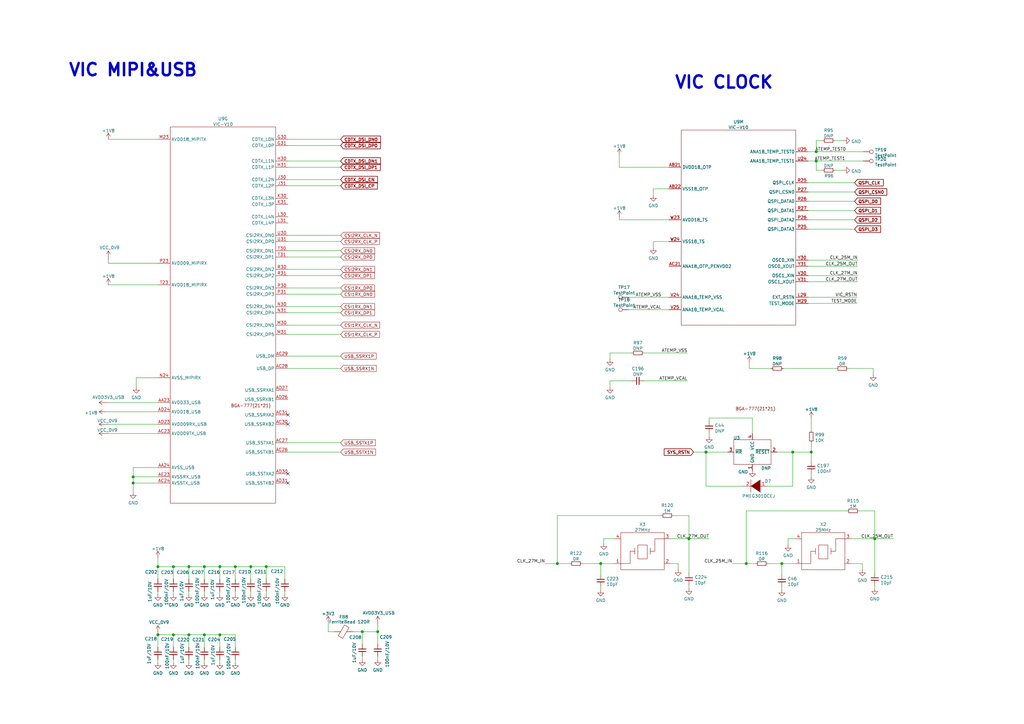
<source format=kicad_sch>
(kicad_sch (version 20210126) (generator eeschema)
  (paper "A3")
  (title_block (title "Beagle V") (date "2021-06-11") (rev "v0.7"))
  (junction (at 54.61 195.58) (diameter 1.016))
  (junction (at 54.61 198.12) (diameter 1.016))
  (junction (at 64.77 232.41) (diameter 1.016))
  (junction (at 64.77 260.35) (diameter 1.016))
  (junction (at 71.12 232.41) (diameter 1.016))
  (junction (at 71.12 260.35) (diameter 1.016))
  (junction (at 77.47 232.41) (diameter 1.016))
  (junction (at 77.47 260.35) (diameter 1.016))
  (junction (at 83.82 232.41) (diameter 1.016))
  (junction (at 83.82 260.35) (diameter 1.016))
  (junction (at 90.17 232.41) (diameter 1.016))
  (junction (at 90.17 260.35) (diameter 1.016))
  (junction (at 96.52 232.41) (diameter 1.016))
  (junction (at 102.87 232.41) (diameter 1.016))
  (junction (at 109.22 232.41) (diameter 1.016))
  (junction (at 148.59 259.08) (diameter 1.016))
  (junction (at 154.94 259.08) (diameter 1.016))
  (junction (at 228.6 231.14) (diameter 1.016))
  (junction (at 246.38 231.14) (diameter 1.016))
  (junction (at 282.575 220.98) (diameter 1.016))
  (junction (at 289.56 185.42) (diameter 1.016))
  (junction (at 306.07 231.14) (diameter 1.016))
  (junction (at 320.675 231.14) (diameter 1.016))
  (junction (at 325.12 185.42) (diameter 1.016))
  (junction (at 332.74 185.42) (diameter 1.016))
  (junction (at 334.772 62.23) (diameter 1.016))
  (junction (at 334.772 66.04) (diameter 1.016))
  (junction (at 358.775 220.98) (diameter 1.016))
  (no_connect (at 118.11 170.18))
  (no_connect (at 118.11 173.99))
  (no_connect (at 118.11 194.31))
  (no_connect (at 118.11 198.12))
  (wire (pts (xy 43.18 168.91) (xy 64.77 168.91)))
  (wire (pts (xy 44.45 57.15) (xy 64.77 57.15)))
  (wire (pts (xy 44.45 106.68) (xy 44.45 107.95)))
  (wire (pts (xy 44.45 107.95) (xy 64.77 107.95)))
  (wire (pts (xy 44.45 116.84) (xy 64.77 116.84)))
  (wire (pts (xy 44.45 165.1) (xy 64.77 165.1)))
  (wire (pts (xy 44.45 173.99) (xy 64.77 173.99)))
  (wire (pts (xy 44.45 177.8) (xy 64.77 177.8)))
  (wire (pts (xy 54.61 191.77) (xy 54.61 195.58)))
  (wire (pts (xy 54.61 191.77) (xy 64.77 191.77)))
  (wire (pts (xy 54.61 195.58) (xy 54.61 198.12)))
  (wire (pts (xy 54.61 195.58) (xy 64.77 195.58)))
  (wire (pts (xy 54.61 198.12) (xy 54.61 201.93)))
  (wire (pts (xy 54.61 198.12) (xy 64.77 198.12)))
  (wire (pts (xy 55.88 154.94) (xy 55.88 158.75)))
  (wire (pts (xy 64.77 154.94) (xy 55.88 154.94)))
  (wire (pts (xy 64.77 228.6) (xy 64.77 232.41)))
  (wire (pts (xy 64.77 232.41) (xy 64.77 237.49)))
  (wire (pts (xy 64.77 232.41) (xy 71.12 232.41)))
  (wire (pts (xy 64.77 242.57) (xy 64.77 243.84)))
  (wire (pts (xy 64.77 260.35) (xy 64.77 265.43)))
  (wire (pts (xy 64.77 260.35) (xy 71.12 260.35)))
  (wire (pts (xy 64.77 270.51) (xy 64.77 271.78)))
  (wire (pts (xy 71.12 232.41) (xy 71.12 237.49)))
  (wire (pts (xy 71.12 232.41) (xy 77.47 232.41)))
  (wire (pts (xy 71.12 242.57) (xy 71.12 243.84)))
  (wire (pts (xy 71.12 260.35) (xy 71.12 265.43)))
  (wire (pts (xy 71.12 260.35) (xy 77.47 260.35)))
  (wire (pts (xy 71.12 270.51) (xy 71.12 271.78)))
  (wire (pts (xy 77.47 232.41) (xy 77.47 237.49)))
  (wire (pts (xy 77.47 232.41) (xy 83.82 232.41)))
  (wire (pts (xy 77.47 242.57) (xy 77.47 243.84)))
  (wire (pts (xy 77.47 260.35) (xy 77.47 265.43)))
  (wire (pts (xy 77.47 260.35) (xy 83.82 260.35)))
  (wire (pts (xy 77.47 270.51) (xy 77.47 271.78)))
  (wire (pts (xy 83.82 232.41) (xy 83.82 237.49)))
  (wire (pts (xy 83.82 232.41) (xy 90.17 232.41)))
  (wire (pts (xy 83.82 242.57) (xy 83.82 243.84)))
  (wire (pts (xy 83.82 260.35) (xy 83.82 265.43)))
  (wire (pts (xy 83.82 260.35) (xy 90.17 260.35)))
  (wire (pts (xy 83.82 270.51) (xy 83.82 271.78)))
  (wire (pts (xy 90.17 232.41) (xy 90.17 237.49)))
  (wire (pts (xy 90.17 232.41) (xy 96.52 232.41)))
  (wire (pts (xy 90.17 242.57) (xy 90.17 243.84)))
  (wire (pts (xy 90.17 260.35) (xy 90.17 265.43)))
  (wire (pts (xy 90.17 260.35) (xy 96.52 260.35)))
  (wire (pts (xy 90.17 270.51) (xy 90.17 271.78)))
  (wire (pts (xy 96.52 232.41) (xy 96.52 237.49)))
  (wire (pts (xy 96.52 232.41) (xy 102.87 232.41)))
  (wire (pts (xy 96.52 242.57) (xy 96.52 243.84)))
  (wire (pts (xy 96.52 260.35) (xy 96.52 265.43)))
  (wire (pts (xy 96.52 270.51) (xy 96.52 271.78)))
  (wire (pts (xy 102.87 232.41) (xy 102.87 237.49)))
  (wire (pts (xy 102.87 232.41) (xy 109.22 232.41)))
  (wire (pts (xy 102.87 242.57) (xy 102.87 243.84)))
  (wire (pts (xy 109.22 232.41) (xy 109.22 237.49)))
  (wire (pts (xy 109.22 232.41) (xy 116.84 232.41)))
  (wire (pts (xy 109.22 242.57) (xy 109.22 243.84)))
  (wire (pts (xy 116.84 232.41) (xy 116.84 237.49)))
  (wire (pts (xy 116.84 242.57) (xy 116.84 243.84)))
  (wire (pts (xy 118.11 57.15) (xy 139.7 57.15)))
  (wire (pts (xy 118.11 59.69) (xy 139.7 59.69)))
  (wire (pts (xy 118.11 66.04) (xy 139.7 66.04)))
  (wire (pts (xy 118.11 68.58) (xy 139.7 68.58)))
  (wire (pts (xy 118.11 73.66) (xy 139.7 73.66)))
  (wire (pts (xy 118.11 76.2) (xy 139.7 76.2)))
  (wire (pts (xy 118.11 96.52) (xy 139.7 96.52)))
  (wire (pts (xy 118.11 99.06) (xy 139.7 99.06)))
  (wire (pts (xy 118.11 102.87) (xy 139.7 102.87)))
  (wire (pts (xy 118.11 105.41) (xy 139.7 105.41)))
  (wire (pts (xy 118.11 110.49) (xy 139.7 110.49)))
  (wire (pts (xy 118.11 113.03) (xy 139.7 113.03)))
  (wire (pts (xy 118.11 118.11) (xy 139.7 118.11)))
  (wire (pts (xy 118.11 120.65) (xy 139.7 120.65)))
  (wire (pts (xy 118.11 125.73) (xy 139.7 125.73)))
  (wire (pts (xy 118.11 128.27) (xy 139.7 128.27)))
  (wire (pts (xy 118.11 133.35) (xy 139.7 133.35)))
  (wire (pts (xy 118.11 137.16) (xy 139.7 137.16)))
  (wire (pts (xy 118.11 146.05) (xy 139.7 146.05)))
  (wire (pts (xy 118.11 151.13) (xy 139.7 151.13)))
  (wire (pts (xy 118.11 181.61) (xy 139.7 181.61)))
  (wire (pts (xy 118.11 185.42) (xy 139.7 185.42)))
  (wire (pts (xy 134.62 255.27) (xy 134.62 259.08)))
  (wire (pts (xy 134.62 259.08) (xy 137.16 259.08)))
  (wire (pts (xy 144.78 259.08) (xy 148.59 259.08)))
  (wire (pts (xy 148.59 259.08) (xy 148.59 264.16)))
  (wire (pts (xy 148.59 259.08) (xy 154.94 259.08)))
  (wire (pts (xy 148.59 269.24) (xy 148.59 270.51)))
  (wire (pts (xy 154.94 256.54) (xy 154.94 259.08)))
  (wire (pts (xy 154.94 259.08) (xy 154.94 264.16)))
  (wire (pts (xy 154.94 269.24) (xy 154.94 270.51)))
  (wire (pts (xy 223.52 231.14) (xy 228.6 231.14)))
  (wire (pts (xy 228.6 211.455) (xy 228.6 231.14)))
  (wire (pts (xy 228.6 231.14) (xy 233.68 231.14)))
  (wire (pts (xy 238.76 231.14) (xy 246.38 231.14)))
  (wire (pts (xy 246.38 231.14) (xy 252.095 231.14)))
  (wire (pts (xy 246.38 235.585) (xy 246.38 231.14)))
  (wire (pts (xy 246.38 240.665) (xy 246.38 241.935)))
  (wire (pts (xy 247.65 220.98) (xy 252.095 220.98)))
  (wire (pts (xy 247.65 222.885) (xy 247.65 220.98)))
  (wire (pts (xy 250.19 144.78) (xy 250.19 147.32)))
  (wire (pts (xy 250.19 156.21) (xy 250.19 158.75)))
  (wire (pts (xy 254 63.5) (xy 254 68.58)))
  (wire (pts (xy 254 68.58) (xy 274.32 68.58)))
  (wire (pts (xy 254 88.9) (xy 254 90.17)))
  (wire (pts (xy 254 90.17) (xy 274.32 90.17)))
  (wire (pts (xy 257.81 121.92) (xy 274.32 121.92)))
  (wire (pts (xy 257.81 127) (xy 274.32 127)))
  (wire (pts (xy 259.08 144.78) (xy 250.19 144.78)))
  (wire (pts (xy 259.08 156.21) (xy 250.19 156.21)))
  (wire (pts (xy 264.16 144.78) (xy 281.94 144.78)))
  (wire (pts (xy 264.16 156.21) (xy 281.94 156.21)))
  (wire (pts (xy 267.97 77.47) (xy 274.32 77.47)))
  (wire (pts (xy 267.97 80.01) (xy 267.97 77.47)))
  (wire (pts (xy 267.97 99.06) (xy 274.32 99.06)))
  (wire (pts (xy 267.97 101.6) (xy 267.97 99.06)))
  (wire (pts (xy 271.145 211.455) (xy 228.6 211.455)))
  (wire (pts (xy 274.955 220.98) (xy 282.575 220.98)))
  (wire (pts (xy 276.225 211.455) (xy 282.575 211.455)))
  (wire (pts (xy 278.13 231.14) (xy 274.955 231.14)))
  (wire (pts (xy 278.13 233.68) (xy 278.13 231.14)))
  (wire (pts (xy 282.575 211.455) (xy 282.575 220.98)))
  (wire (pts (xy 282.575 220.98) (xy 282.575 234.95)))
  (wire (pts (xy 282.575 220.98) (xy 290.83 220.98)))
  (wire (pts (xy 282.575 240.03) (xy 282.575 241.3)))
  (wire (pts (xy 284.48 185.42) (xy 289.56 185.42)))
  (wire (pts (xy 289.56 185.42) (xy 289.56 199.39)))
  (wire (pts (xy 289.56 185.42) (xy 298.45 185.42)))
  (wire (pts (xy 289.56 199.39) (xy 304.8 199.39)))
  (wire (pts (xy 290.83 171.45) (xy 290.83 172.72)))
  (wire (pts (xy 290.83 177.8) (xy 290.83 179.07)))
  (wire (pts (xy 300.355 231.14) (xy 306.07 231.14)))
  (wire (pts (xy 306.07 209.55) (xy 306.07 231.14)))
  (wire (pts (xy 306.07 231.14) (xy 309.88 231.14)))
  (wire (pts (xy 307.34 148.59) (xy 307.34 151.13)))
  (wire (pts (xy 308.61 171.45) (xy 290.83 171.45)))
  (wire (pts (xy 308.61 177.8) (xy 308.61 171.45)))
  (wire (pts (xy 314.96 199.39) (xy 325.12 199.39)))
  (wire (pts (xy 314.96 231.14) (xy 320.675 231.14)))
  (wire (pts (xy 316.23 151.13) (xy 307.34 151.13)))
  (wire (pts (xy 318.77 185.42) (xy 325.12 185.42)))
  (wire (pts (xy 320.675 231.14) (xy 326.22 231.14)))
  (wire (pts (xy 320.675 235.585) (xy 320.675 231.14)))
  (wire (pts (xy 320.675 240.665) (xy 320.675 241.935)))
  (wire (pts (xy 321.31 151.13) (xy 342.9 151.13)))
  (wire (pts (xy 323.215 220.98) (xy 326.22 220.98)))
  (wire (pts (xy 323.215 223.52) (xy 323.215 220.98)))
  (wire (pts (xy 325.12 185.42) (xy 332.74 185.42)))
  (wire (pts (xy 325.12 199.39) (xy 325.12 185.42)))
  (wire (pts (xy 331.47 62.23) (xy 334.772 62.23)))
  (wire (pts (xy 331.47 66.04) (xy 334.772 66.04)))
  (wire (pts (xy 331.47 74.93) (xy 350.52 74.93)))
  (wire (pts (xy 331.47 78.74) (xy 350.52 78.74)))
  (wire (pts (xy 331.47 82.55) (xy 350.52 82.55)))
  (wire (pts (xy 331.47 86.36) (xy 350.52 86.36)))
  (wire (pts (xy 331.47 90.17) (xy 350.52 90.17)))
  (wire (pts (xy 331.47 93.98) (xy 350.52 93.98)))
  (wire (pts (xy 331.47 106.68) (xy 351.79 106.68)))
  (wire (pts (xy 331.47 109.22) (xy 351.79 109.22)))
  (wire (pts (xy 331.47 113.03) (xy 351.79 113.03)))
  (wire (pts (xy 331.47 115.57) (xy 351.79 115.57)))
  (wire (pts (xy 331.47 121.92) (xy 351.536 121.92)))
  (wire (pts (xy 331.47 124.46) (xy 351.536 124.46)))
  (wire (pts (xy 332.74 171.45) (xy 332.74 176.53)))
  (wire (pts (xy 332.74 181.61) (xy 332.74 185.42)))
  (wire (pts (xy 332.74 185.42) (xy 332.74 189.23)))
  (wire (pts (xy 332.74 195.58) (xy 332.74 194.31)))
  (wire (pts (xy 334.772 57.658) (xy 334.772 62.23)))
  (wire (pts (xy 334.772 62.23) (xy 354.076 62.23)))
  (wire (pts (xy 334.772 66.04) (xy 354.076 66.04)))
  (wire (pts (xy 334.772 69.85) (xy 334.772 66.04)))
  (wire (pts (xy 337.312 57.658) (xy 334.772 57.658)))
  (wire (pts (xy 337.312 69.85) (xy 334.772 69.85)))
  (wire (pts (xy 342.392 57.658) (xy 345.948 57.658)))
  (wire (pts (xy 342.392 69.85) (xy 345.948 69.85)))
  (wire (pts (xy 347.345 209.55) (xy 306.07 209.55)))
  (wire (pts (xy 347.98 151.13) (xy 358.14 151.13)))
  (wire (pts (xy 349.08 231.14) (xy 353.695 231.14)))
  (wire (pts (xy 352.425 209.55) (xy 358.775 209.55)))
  (wire (pts (xy 353.695 231.14) (xy 353.695 233.68)))
  (wire (pts (xy 358.14 151.13) (xy 358.14 153.67)))
  (wire (pts (xy 358.775 209.55) (xy 358.775 220.98)))
  (wire (pts (xy 358.775 220.98) (xy 349.08 220.98)))
  (wire (pts (xy 358.775 220.98) (xy 366.395 220.98)))
  (wire (pts (xy 358.775 234.95) (xy 358.775 220.98)))
  (wire (pts (xy 358.775 240.03) (xy 358.775 241.3)))
  (text "VIC MIPI&USB\n" (at 81.28 31.75 180) (effects (font (size 5 5) (thickness 1) bold) (justify right bottom)))
  (text "VIC CLOCK\n" (at 317.5 36.83 180) (effects (font (size 5 5) (thickness 1) bold) (justify right bottom)))
  (label "CLK_27M_IN" (at 223.52 231.14 180))
  (label "ATEMP_VSS" (at 271.272 121.92 180))
  (label "ATEMP_VCAL" (at 271.272 127 180))
  (label "ATEMP_VSS" (at 281.94 144.78 180))
  (label "ATEMP_VCAL" (at 281.94 156.21 180))
  (label "CLK_27M_OUT" (at 290.83 220.98 180))
  (label "CLK_25M_IN" (at 300.355 231.14 180))
  (label "ATEMP_TEST1" (at 346.71 66.04 180))
  (label "ATEMP_TEST0" (at 346.964 62.23 180))
  (label "VIC_RSTN" (at 351.536 121.92 180))
  (label "TEST_MODE" (at 351.536 124.46 180))
  (label "CLK_25M_IN" (at 351.79 106.68 180))
  (label "CLK_25M_OUT" (at 351.79 109.22 180))
  (label "CLK_27M_IN" (at 351.79 113.03 180))
  (label "CLK_27M_OUT" (at 351.79 115.57 180))
  (label "CLK_25M_OUT" (at 366.395 220.98 180))
  (global_label "CDTX_DSI_DN0" (shape input) (at 139.7 57.15 0) (effects (font (thickness 0.254) bold)) (property "Intersheet References" "${INTERSHEET_REFS}" (effects hide)))
  (global_label "CDTX_DSI_DP0" (shape input) (at 139.7 59.69 0) (effects (font (thickness 0.254) bold)) (property "Intersheet References" "${INTERSHEET_REFS}" (effects hide)))
  (global_label "CDTX_DSI_DN1" (shape input) (at 139.7 66.04 0) (effects (font (thickness 0.254) bold)) (property "Intersheet References" "${INTERSHEET_REFS}" (effects hide)))
  (global_label "CDTX_DSI_DP1" (shape input) (at 139.7 68.58 0) (effects (font (thickness 0.254) bold)) (property "Intersheet References" "${INTERSHEET_REFS}" (effects hide)))
  (global_label "CDTX_DSI_CN" (shape input) (at 139.7 73.66 0) (effects (font (thickness 0.254) bold)) (property "Intersheet References" "${INTERSHEET_REFS}" (effects hide)))
  (global_label "CDTX_DSI_CP" (shape input) (at 139.7 76.2 0) (effects (font (thickness 0.254) bold)) (property "Intersheet References" "${INTERSHEET_REFS}" (effects hide)))
  (global_label "CSI2RX_CLK_N" (shape input) (at 139.7 96.52 0) (property "Intersheet References" "${INTERSHEET_REFS}" (effects hide)))
  (global_label "CSI2RX_CLK_P" (shape input) (at 139.7 99.06 0) (property "Intersheet References" "${INTERSHEET_REFS}" (effects hide)))
  (global_label "CSI2RX_DN0" (shape input) (at 139.7 102.87 0) (property "Intersheet References" "${INTERSHEET_REFS}" (effects hide)))
  (global_label "CSI2RX_DP0" (shape input) (at 139.7 105.41 0) (property "Intersheet References" "${INTERSHEET_REFS}" (effects hide)))
  (global_label "CSI2RX_DN1" (shape input) (at 139.7 110.49 0) (property "Intersheet References" "${INTERSHEET_REFS}" (effects hide)))
  (global_label "CSI2RX_DP1" (shape input) (at 139.7 113.03 0) (property "Intersheet References" "${INTERSHEET_REFS}" (effects hide)))
  (global_label "CSI1RX_DP0" (shape input) (at 139.7 118.11 0) (property "Intersheet References" "${INTERSHEET_REFS}" (effects hide)))
  (global_label "CSI1RX_DN0" (shape input) (at 139.7 120.65 0) (property "Intersheet References" "${INTERSHEET_REFS}" (effects hide)))
  (global_label "CSI1RX_DN1" (shape input) (at 139.7 125.73 0) (property "Intersheet References" "${INTERSHEET_REFS}" (effects hide)))
  (global_label "CSI1RX_DP1" (shape input) (at 139.7 128.27 0) (property "Intersheet References" "${INTERSHEET_REFS}" (effects hide)))
  (global_label "CSI1RX_CLK_N" (shape input) (at 139.7 133.35 0) (property "Intersheet References" "${INTERSHEET_REFS}" (effects hide)))
  (global_label "CSI1RX_CLK_P" (shape input) (at 139.7 137.16 0) (property "Intersheet References" "${INTERSHEET_REFS}" (effects hide)))
  (global_label "USB_SSRX1P" (shape input) (at 139.7 146.05 0) (property "Intersheet References" "${INTERSHEET_REFS}" (effects hide)))
  (global_label "USB_SSRX1N" (shape input) (at 139.7 151.13 0) (property "Intersheet References" "${INTERSHEET_REFS}" (effects hide)))
  (global_label "USB_SSTX1P" (shape input) (at 139.7 181.61 0) (property "Intersheet References" "${INTERSHEET_REFS}" (effects hide)))
  (global_label "USB_SSTX1N" (shape input) (at 139.7 185.42 0) (property "Intersheet References" "${INTERSHEET_REFS}" (effects hide)))
  (global_label "SYS_RSTN" (shape input) (at 284.48 185.42 180) (effects (font (thickness 0.254) bold)) (property "Intersheet References" "${INTERSHEET_REFS}" (effects hide)))
  (global_label "QSPI_CLK" (shape input) (at 350.52 74.93 0) (effects (font (thickness 0.254) bold)) (property "Intersheet References" "${INTERSHEET_REFS}" (effects hide)))
  (global_label "QSPI_CSN0" (shape input) (at 350.52 78.74 0) (effects (font (thickness 0.254) bold)) (property "Intersheet References" "${INTERSHEET_REFS}" (effects hide)))
  (global_label "QSPI_D0" (shape input) (at 350.52 82.55 0) (effects (font (thickness 0.254) bold)) (property "Intersheet References" "${INTERSHEET_REFS}" (effects hide)))
  (global_label "QSPI_D1" (shape input) (at 350.52 86.36 0) (effects (font (thickness 0.254) bold)) (property "Intersheet References" "${INTERSHEET_REFS}" (effects hide)))
  (global_label "QSPI_D2" (shape input) (at 350.52 90.17 0) (effects (font (thickness 0.254) bold)) (property "Intersheet References" "${INTERSHEET_REFS}" (effects hide)))
  (global_label "QSPI_D3" (shape input) (at 350.52 93.98 0) (effects (font (thickness 0.254) bold)) (property "Intersheet References" "${INTERSHEET_REFS}" (effects hide)))
  (symbol (lib_id "power:+1V8") (at 43.18 168.91 90) (unit 1)
    (property "Reference" "#PWR0266" (effects hide))
    (property "Value" "+1V8" (at 40.0049 169.2985 90) (effects (justify left)))
  )
  (symbol (lib_id "power:+1V8") (at 44.45 57.15 0) (unit 1)
    (property "Reference" "#PWR0257" (effects hide))
    (property "Value" "+1V8" (at 44.45 53.6026 0))
  )
  (symbol (lib_id "power:+1V8") (at 44.45 116.84 0) (unit 1)
    (property "Reference" "#PWR0258" (effects hide))
    (property "Value" "+1V8" (at 44.45 113.2926 0))
  )
  (symbol (lib_id "power:+1V8") (at 64.77 228.6 0) (unit 1)
    (property "Reference" "#PWR0277" (effects hide))
    (property "Value" "+1V8" (at 64.77 225.0526 0))
  )
  (symbol (lib_id "power:+3V3") (at 134.62 255.27 0) (unit 1)
    (property "Reference" "#PWR0270" (effects hide))
    (property "Value" "+3V3" (at 134.62 251.7226 0))
  )
  (symbol (lib_id "power:+1V8") (at 254 63.5 0) (unit 1)
    (property "Reference" "#PWR0290" (effects hide))
    (property "Value" "+1V8" (at 254 59.9526 0))
  )
  (symbol (lib_id "power:+1V8") (at 254 88.9 0) (unit 1)
    (property "Reference" "#PWR0291" (effects hide))
    (property "Value" "+1V8" (at 254 85.3526 0))
  )
  (symbol (lib_id "power:+1V8") (at 307.34 148.59 0) (unit 1)
    (property "Reference" "#PWR0288" (effects hide))
    (property "Value" "+1V8" (at 307.34 145.0426 0))
  )
  (symbol (lib_id "power:+1V8") (at 332.74 171.45 0) (unit 1)
    (property "Reference" "#PWR0297" (effects hide))
    (property "Value" "+1V8" (at 332.74 167.9026 0))
  )
  (symbol (lib_id "BeagleV:VCC_0V9") (at 44.45 109.22 0) (unit 1)
    (property "Reference" "#P016" (effects hide))
    (property "Value" "VCC_0V9" (at 40.7671 101.544 0) (effects (justify left)))
  )
  (symbol (lib_id "BeagleV:AVDD3V3_USB") (at 44.45 165.1 90) (unit 1)
    (property "Reference" "#P017" (effects hide))
    (property "Value" "AVDD3V3_USB" (at 37.8461 162.9485 90) (effects (justify right)))
  )
  (symbol (lib_id "BeagleV:VCC_0V9") (at 46.99 173.99 90) (unit 1)
    (property "Reference" "#P018" (effects hide))
    (property "Value" "VCC_0V9" (at 48.204 172.5929 90) (effects (justify left)))
  )
  (symbol (lib_id "BeagleV:VCC_0V9") (at 46.99 177.8 90) (unit 1)
    (property "Reference" "#P019" (effects hide))
    (property "Value" "VCC_0V9" (at 48.204 176.4029 90) (effects (justify left)))
  )
  (symbol (lib_id "BeagleV:VCC_0V9") (at 64.77 262.89 0) (unit 1)
    (property "Reference" "#P020" (effects hide))
    (property "Value" "VCC_0V9" (at 61.0871 255.214 0) (effects (justify left)))
  )
  (symbol (lib_id "BeagleV:AVDD3V3_USB") (at 154.94 256.54 0) (unit 1)
    (property "Reference" "#P021" (effects hide))
    (property "Value" "AVDD3V3_USB" (at 148.7171 251.404 0) (effects (justify left)))
  )
  (symbol (lib_id "Connector:TestPoint") (at 257.81 121.92 90) (unit 1)
    (property "Reference" "TP17" (at 255.9685 117.8518 90))
    (property "Value" "TestPoint" (at 255.9685 120.1505 90))
  )
  (symbol (lib_id "Connector:TestPoint") (at 257.81 127 90) (unit 1)
    (property "Reference" "TP18" (at 255.9685 122.9318 90))
    (property "Value" "TestPoint" (at 255.9685 125.2305 90))
  )
  (symbol (lib_id "Connector:TestPoint") (at 354.076 62.23 270) (unit 1)
    (property "Reference" "TP19" (at 358.7751 61.4691 90) (effects (justify left)))
    (property "Value" "TestPoint" (at 358.7751 63.7678 90) (effects (justify left)))
  )
  (symbol (lib_id "Connector:TestPoint") (at 354.076 66.04 270) (unit 1)
    (property "Reference" "TP20" (at 358.7751 65.2791 90) (effects (justify left)))
    (property "Value" "TestPoint" (at 358.7751 67.5778 90) (effects (justify left)))
  )
  (symbol (lib_id "power:GND") (at 54.61 201.93 0) (unit 1)
    (property "Reference" "#PWR0265" (effects hide))
    (property "Value" "GND" (at 54.61 206.2544 0))
  )
  (symbol (lib_id "power:GND") (at 55.88 158.75 0) (unit 1)
    (property "Reference" "#PWR0267" (effects hide))
    (property "Value" "GND" (at 55.88 163.0744 0))
  )
  (symbol (lib_id "power:GND") (at 64.77 243.84 0) (unit 1)
    (property "Reference" "#PWR0275" (effects hide))
    (property "Value" "GND" (at 64.77 248.1644 0))
  )
  (symbol (lib_id "power:GND") (at 64.77 271.78 0) (unit 1)
    (property "Reference" "#PWR0259" (effects hide))
    (property "Value" "GND" (at 64.77 276.1044 0))
  )
  (symbol (lib_id "power:GND") (at 71.12 243.84 0) (unit 1)
    (property "Reference" "#PWR0276" (effects hide))
    (property "Value" "GND" (at 71.12 248.1644 0))
  )
  (symbol (lib_id "power:GND") (at 71.12 271.78 0) (unit 1)
    (property "Reference" "#PWR0260" (effects hide))
    (property "Value" "GND" (at 71.12 276.1044 0))
  )
  (symbol (lib_id "power:GND") (at 77.47 243.84 0) (unit 1)
    (property "Reference" "#PWR0280" (effects hide))
    (property "Value" "GND" (at 77.47 248.1644 0))
  )
  (symbol (lib_id "power:GND") (at 77.47 271.78 0) (unit 1)
    (property "Reference" "#PWR0261" (effects hide))
    (property "Value" "GND" (at 77.47 276.1044 0))
  )
  (symbol (lib_id "power:GND") (at 83.82 243.84 0) (unit 1)
    (property "Reference" "#PWR0279" (effects hide))
    (property "Value" "GND" (at 83.82 248.1644 0))
  )
  (symbol (lib_id "power:GND") (at 83.82 271.78 0) (unit 1)
    (property "Reference" "#PWR0262" (effects hide))
    (property "Value" "GND" (at 83.82 276.1044 0))
  )
  (symbol (lib_id "power:GND") (at 90.17 243.84 0) (unit 1)
    (property "Reference" "#PWR0278" (effects hide))
    (property "Value" "GND" (at 90.17 248.1644 0))
  )
  (symbol (lib_id "power:GND") (at 90.17 271.78 0) (unit 1)
    (property "Reference" "#PWR0263" (effects hide))
    (property "Value" "GND" (at 90.17 276.1044 0))
  )
  (symbol (lib_id "power:GND") (at 96.52 243.84 0) (unit 1)
    (property "Reference" "#PWR0272" (effects hide))
    (property "Value" "GND" (at 96.52 248.1644 0))
  )
  (symbol (lib_id "power:GND") (at 96.52 271.78 0) (unit 1)
    (property "Reference" "#PWR0264" (effects hide))
    (property "Value" "GND" (at 96.52 276.1044 0))
  )
  (symbol (lib_id "power:GND") (at 102.87 243.84 0) (unit 1)
    (property "Reference" "#PWR0273" (effects hide))
    (property "Value" "GND" (at 102.87 248.1644 0))
  )
  (symbol (lib_id "power:GND") (at 109.22 243.84 0) (unit 1)
    (property "Reference" "#PWR0271" (effects hide))
    (property "Value" "GND" (at 109.22 248.1644 0))
  )
  (symbol (lib_id "power:GND") (at 116.84 243.84 0) (unit 1)
    (property "Reference" "#PWR0274" (effects hide))
    (property "Value" "GND" (at 116.84 248.1644 0))
  )
  (symbol (lib_id "power:GND") (at 148.59 270.51 0) (unit 1)
    (property "Reference" "#PWR0269" (effects hide))
    (property "Value" "GND" (at 148.59 274.8344 0))
  )
  (symbol (lib_id "power:GND") (at 154.94 270.51 0) (unit 1)
    (property "Reference" "#PWR0268" (effects hide))
    (property "Value" "GND" (at 154.94 274.8344 0))
  )
  (symbol (lib_id "power:GND") (at 246.38 241.935 0) (unit 1)
    (property "Reference" "#PWR0286" (effects hide))
    (property "Value" "GND" (at 246.38 246.2594 0))
  )
  (symbol (lib_id "power:GND") (at 247.65 222.885 0) (unit 1)
    (property "Reference" "#PWR0282" (effects hide))
    (property "Value" "GND" (at 247.65 227.2094 0))
  )
  (symbol (lib_id "power:GND") (at 250.19 147.32 0) (unit 1)
    (property "Reference" "#PWR0287" (effects hide))
    (property "Value" "GND" (at 250.19 151.6444 0))
  )
  (symbol (lib_id "power:GND") (at 250.19 158.75 0) (unit 1)
    (property "Reference" "#PWR0285" (effects hide))
    (property "Value" "GND" (at 250.19 163.0744 0))
  )
  (symbol (lib_id "power:GND") (at 267.97 80.01 0) (unit 1)
    (property "Reference" "#PWR0292" (effects hide))
    (property "Value" "GND" (at 267.97 84.3344 0))
  )
  (symbol (lib_id "power:GND") (at 267.97 101.6 0) (unit 1)
    (property "Reference" "#PWR0289" (effects hide))
    (property "Value" "GND" (at 267.97 105.9244 0))
  )
  (symbol (lib_id "power:GND") (at 278.13 233.68 0) (unit 1)
    (property "Reference" "#PWR0283" (effects hide))
    (property "Value" "GND" (at 278.13 238.0044 0))
  )
  (symbol (lib_id "power:GND") (at 282.575 241.3 0) (unit 1)
    (property "Reference" "#PWR0284" (effects hide))
    (property "Value" "GND" (at 282.575 245.6244 0))
  )
  (symbol (lib_id "power:GND") (at 290.83 179.07 0) (unit 1)
    (property "Reference" "#PWR0281" (effects hide))
    (property "Value" "GND" (at 290.83 183.3944 0))
  )
  (symbol (lib_id "power:GND") (at 308.61 193.04 0) (unit 1)
    (property "Reference" "#PWR0298" (effects hide))
    (property "Value" "GND" (at 304.8 193.5544 0))
  )
  (symbol (lib_id "power:GND") (at 320.675 241.935 0) (unit 1)
    (property "Reference" "#PWR0296" (effects hide))
    (property "Value" "GND" (at 320.675 246.2594 0))
  )
  (symbol (lib_id "power:GND") (at 323.215 223.52 0) (unit 1)
    (property "Reference" "#PWR0295" (effects hide))
    (property "Value" "GND" (at 323.215 227.8444 0))
  )
  (symbol (lib_id "power:GND") (at 332.74 195.58 0) (unit 1)
    (property "Reference" "#PWR0299" (effects hide))
    (property "Value" "GND" (at 332.74 199.9044 0))
  )
  (symbol (lib_id "power:GND") (at 345.948 57.658 90) (unit 1)
    (property "Reference" "#PWR0294" (effects hide))
    (property "Value" "GND" (at 349.1231 58.0465 90) (effects (justify right)))
  )
  (symbol (lib_id "power:GND") (at 345.948 69.85 90) (unit 1)
    (property "Reference" "#PWR0293" (effects hide))
    (property "Value" "GND" (at 349.1231 70.2385 90) (effects (justify right)))
  )
  (symbol (lib_id "power:GND") (at 353.695 233.68 0) (unit 1)
    (property "Reference" "#PWR0301" (effects hide))
    (property "Value" "GND" (at 353.695 238.0044 0))
  )
  (symbol (lib_id "power:GND") (at 358.14 153.67 0) (unit 1)
    (property "Reference" "#PWR0300" (effects hide))
    (property "Value" "GND" (at 358.14 157.9944 0))
  )
  (symbol (lib_id "power:GND") (at 358.775 241.3 0) (unit 1)
    (property "Reference" "#PWR0302" (effects hide))
    (property "Value" "GND" (at 358.775 245.6244 0))
  )
  (symbol (lib_id "Device:R_Small") (at 236.22 231.14 90) (unit 1)
    (property "Reference" "R122" (at 236.22 226.9702 90))
    (property "Value" "0R" (at 236.22 229.2689 90))
    (property "Footprint" "Resistor_SMD:R_0402_1005Metric" (effects hide))
  )
  (symbol (lib_id "Device:R_Small") (at 261.62 144.78 90) (unit 1)
    (property "Reference" "R97" (at 261.62 140.6102 90))
    (property "Value" "DNP" (at 261.62 142.9089 90))
    (property "Footprint" "Resistor_SMD:R_0402_1005Metric" (effects hide))
  )
  (symbol (lib_id "Device:R_Small") (at 273.685 211.455 90) (unit 1)
    (property "Reference" "R120" (at 273.685 207.2852 90))
    (property "Value" "1M" (at 273.685 209.5839 90))
    (property "Footprint" "Resistor_SMD:R_0402_1005Metric" (effects hide))
  )
  (symbol (lib_id "Device:R_Small") (at 312.42 231.14 90) (unit 1)
    (property "Reference" "R116" (at 312.42 226.9702 90))
    (property "Value" "0R" (at 312.42 229.2689 90))
    (property "Footprint" "Resistor_SMD:R_0402_1005Metric" (effects hide))
  )
  (symbol (lib_id "Device:R_Small") (at 318.77 151.13 90) (unit 1)
    (property "Reference" "R98" (at 318.77 146.9602 90))
    (property "Value" "DNP" (at 318.77 149.2589 90))
    (property "Footprint" "Resistor_SMD:R_0402_1005Metric" (effects hide))
  )
  (symbol (lib_id "Device:R_Small") (at 332.74 179.07 180) (unit 1)
    (property "Reference" "R99" (at 334.2387 178.3091 0) (effects (justify right)))
    (property "Value" "10K" (at 334.2387 180.6078 0) (effects (justify right)))
    (property "Footprint" "Resistor_SMD:R_0402_1005Metric" (effects hide))
  )
  (symbol (lib_id "Device:R_Small") (at 339.852 57.658 90) (unit 1)
    (property "Reference" "R95" (at 339.852 53.4882 90))
    (property "Value" "DNP" (at 339.852 55.7869 90))
    (property "Footprint" "Resistor_SMD:R_0402_1005Metric" (effects hide))
  )
  (symbol (lib_id "Device:R_Small") (at 339.852 69.85 90) (unit 1)
    (property "Reference" "R96" (at 340.0044 72.1318 90))
    (property "Value" "DNP" (at 339.852 67.9789 90))
    (property "Footprint" "Resistor_SMD:R_0402_1005Metric" (effects hide))
  )
  (symbol (lib_id "Device:R_Small") (at 345.44 151.13 90) (unit 1)
    (property "Reference" "R59" (at 345.44 146.9602 90))
    (property "Value" "0R" (at 345.44 149.2589 90))
    (property "Footprint" "Resistor_SMD:R_0402_1005Metric" (effects hide))
  )
  (symbol (lib_id "Device:R_Small") (at 349.885 209.55 90) (unit 1)
    (property "Reference" "R115" (at 349.885 205.3802 90))
    (property "Value" "1M" (at 349.885 207.6789 90))
    (property "Footprint" "Resistor_SMD:R_0402_1005Metric" (effects hide))
  )
  (symbol (lib_id "Device:C_Small") (at 64.77 240.03 0) (unit 1)
    (property "Reference" "C202" (at 59.4488 234.6209 0) (effects (justify left)))
    (property "Value" "1uF/10V" (at 61.4554 246.978 90) (effects (justify left)))
    (property "Footprint" "Capacitor_SMD:C_0402_1005Metric" (effects hide))
  )
  (symbol (lib_id "Device:C_Small") (at 64.77 267.97 0) (unit 1)
    (property "Reference" "C218" (at 59.3218 262.0021 0) (effects (justify left)))
    (property "Value" "1uF/10V" (at 61.1252 272.4288 90) (effects (justify left)))
    (property "Footprint" "Capacitor_SMD:C_0402_1005Metric" (effects hide))
  )
  (symbol (lib_id "Device:C_Small") (at 71.12 240.03 0) (unit 1)
    (property "Reference" "C203" (at 65.9766 234.7479 0) (effects (justify left)))
    (property "Value" "100nF/10V" (at 68.288 248.2988 90) (effects (justify left)))
    (property "Footprint" "Capacitor_SMD:C_0201_0603Metric" (effects hide))
  )
  (symbol (lib_id "Device:C_Small") (at 71.12 267.97 0) (unit 1)
    (property "Reference" "C219" (at 65.9512 262.2053 0) (effects (justify left)))
    (property "Value" "100nF/10V" (at 68.5674 274.4862 90) (effects (justify left)))
    (property "Footprint" "Capacitor_SMD:C_0201_0603Metric" (effects hide))
  )
  (symbol (lib_id "Device:C_Small") (at 77.47 240.03 0) (unit 1)
    (property "Reference" "C206" (at 72.4282 234.7479 0) (effects (justify left)))
    (property "Value" "1uF/10V" (at 74.4856 246.724 90) (effects (justify left)))
    (property "Footprint" "Capacitor_SMD:C_0402_1005Metric" (effects hide))
  )
  (symbol (lib_id "Device:C_Small") (at 77.47 267.97 0) (unit 1)
    (property "Reference" "C220" (at 72.6568 262.3831 0) (effects (justify left)))
    (property "Value" "1uF/10V" (at 74.7142 272.3018 90) (effects (justify left)))
    (property "Footprint" "Capacitor_SMD:C_0402_1005Metric" (effects hide))
  )
  (symbol (lib_id "Device:C_Small") (at 83.82 240.03 0) (unit 1)
    (property "Reference" "C207" (at 78.5496 234.7225 0) (effects (justify left)))
    (property "Value" "100nF/10V" (at 80.9118 247.7908 90) (effects (justify left)))
    (property "Footprint" "Capacitor_SMD:C_0201_0603Metric" (effects hide))
  )
  (symbol (lib_id "Device:C_Small") (at 83.82 267.97 0) (unit 1)
    (property "Reference" "C221" (at 78.829 262.3831 0) (effects (justify left)))
    (property "Value" "100nF/10V" (at 81.0642 274.4608 90) (effects (justify left)))
    (property "Footprint" "Capacitor_SMD:C_0201_0603Metric" (effects hide))
  )
  (symbol (lib_id "Device:C_Small") (at 90.17 240.03 0) (unit 1)
    (property "Reference" "C216" (at 85.1536 234.6717 0) (effects (justify left)))
    (property "Value" "1uF/10V" (at 87.1348 246.089 90) (effects (justify left)))
    (property "Footprint" "Capacitor_SMD:C_0402_1005Metric" (effects hide))
  )
  (symbol (lib_id "Device:C_Small") (at 90.17 267.97 0) (unit 1)
    (property "Reference" "C204" (at 85.179 262.3069 0) (effects (justify left)))
    (property "Value" "1uF/10V" (at 87.2872 272.9368 90) (effects (justify left)))
    (property "Footprint" "Capacitor_SMD:C_0402_1005Metric" (effects hide))
  )
  (symbol (lib_id "Device:C_Small") (at 96.52 240.03 0) (unit 1)
    (property "Reference" "C217" (at 91.2242 234.7733 0) (effects (justify left)))
    (property "Value" "100nF/10V" (at 93.6118 247.5622 90) (effects (justify left)))
    (property "Footprint" "Capacitor_SMD:C_0201_0603Metric" (effects hide))
  )
  (symbol (lib_id "Device:C_Small") (at 96.52 267.97 0) (unit 1)
    (property "Reference" "C205" (at 91.656 262.1545 0) (effects (justify left)))
    (property "Value" "100nF/10V" (at 93.7642 274.7148 90) (effects (justify left)))
    (property "Footprint" "Capacitor_SMD:C_0201_0603Metric" (effects hide))
  )
  (symbol (lib_id "Device:C_Small") (at 102.87 240.03 0) (unit 1)
    (property "Reference" "C210" (at 97.7774 234.5701 0) (effects (justify left)))
    (property "Value" "100nF/10V" (at 100.0126 247.5622 90) (effects (justify left)))
    (property "Footprint" "Capacitor_SMD:C_0201_0603Metric" (effects hide))
  )
  (symbol (lib_id "Device:C_Small") (at 109.22 240.03 0) (unit 1)
    (property "Reference" "C211" (at 104.2544 234.4939 0) (effects (justify left)))
    (property "Value" "100nF/10V" (at 106.388 247.8924 90) (effects (justify left)))
    (property "Footprint" "Capacitor_SMD:C_0201_0603Metric" (effects hide))
  )
  (symbol (lib_id "Device:C_Small") (at 116.84 240.03 0) (unit 1)
    (property "Reference" "C212" (at 111.0108 234.3669 0) (effects (justify left)))
    (property "Value" "100nF/10V" (at 113.7794 247.867 90) (effects (justify left)))
    (property "Footprint" "Capacitor_SMD:C_0201_0603Metric" (effects hide))
  )
  (symbol (lib_id "Device:C_Small") (at 148.59 266.7 0) (unit 1)
    (property "Reference" "C208" (at 143.1926 261.4179 0) (effects (justify left)))
    (property "Value" "1uF/10V" (at 145.2754 271.9462 90) (effects (justify left)))
    (property "Footprint" "Capacitor_SMD:C_0402_1005Metric" (effects hide))
  )
  (symbol (lib_id "Device:C_Small") (at 154.94 266.7 0) (unit 1)
    (property "Reference" "C209" (at 155.6894 261.3163 0) (effects (justify left)))
    (property "Value" "100nF/10V" (at 158.839 273.775 90) (effects (justify left)))
    (property "Footprint" "Capacitor_SMD:C_0201_0603Metric" (effects hide))
  )
  (symbol (lib_id "Device:C_Small") (at 246.38 238.125 0) (unit 1)
    (property "Reference" "C223" (at 248.7042 237.3641 0) (effects (justify left)))
    (property "Value" "10pF" (at 248.7042 239.6628 0) (effects (justify left)))
    (property "Footprint" "Capacitor_SMD:C_0402_1005Metric" (effects hide))
  )
  (symbol (lib_id "Device:C_Small") (at 261.62 156.21 90) (unit 1)
    (property "Reference" "C196" (at 261.62 151.2147 90))
    (property "Value" "DNP" (at 261.62 153.5134 90))
    (property "Footprint" "Capacitor_SMD:C_0201_0603Metric" (effects hide))
  )
  (symbol (lib_id "Device:C_Small") (at 282.575 237.49 0) (unit 1)
    (property "Reference" "C224" (at 284.8992 236.7291 0) (effects (justify left)))
    (property "Value" "10pF" (at 284.8992 239.0278 0) (effects (justify left)))
    (property "Footprint" "Capacitor_SMD:C_0402_1005Metric" (effects hide))
  )
  (symbol (lib_id "Device:C_Small") (at 290.83 175.26 180) (unit 1)
    (property "Reference" "C44" (at 293.1542 174.4991 0) (effects (justify right)))
    (property "Value" "DNP" (at 293.1542 176.7978 0) (effects (justify right)))
    (property "Footprint" "Capacitor_SMD:C_0402_1005Metric" (effects hide))
  )
  (symbol (lib_id "Device:C_Small") (at 320.675 238.125 0) (unit 1)
    (property "Reference" "C46" (at 322.9992 237.3641 0) (effects (justify left)))
    (property "Value" "10pF" (at 322.9992 239.6628 0) (effects (justify left)))
    (property "Footprint" "Capacitor_SMD:C_0402_1005Metric" (effects hide))
  )
  (symbol (lib_id "Device:C_Small") (at 332.74 191.77 180) (unit 1)
    (property "Reference" "C197" (at 335.0642 191.0091 0) (effects (justify right)))
    (property "Value" "100nF" (at 335.0642 193.3078 0) (effects (justify right)))
    (property "Footprint" "Capacitor_SMD:C_0402_1005Metric" (effects hide))
  )
  (symbol (lib_id "Device:C_Small") (at 358.775 237.49 0) (unit 1)
    (property "Reference" "C215" (at 361.0992 236.7291 0) (effects (justify left)))
    (property "Value" "10pF" (at 361.0992 239.0278 0) (effects (justify left)))
    (property "Footprint" "Capacitor_SMD:C_0402_1005Metric" (effects hide))
  )
  (symbol (lib_id "Device:FerriteBead") (at 140.97 259.08 90) (unit 1)
    (property "Reference" "FB8" (at 140.97 253.0052 90))
    (property "Value" "FerriteBead 120R" (at 143.256 255.0499 90))
    (property "Footprint" "Inductor_SMD:L_0402_1005Metric_Pad0.77x0.64mm_HandSolder" (effects hide))
  )
  (symbol (lib_id "pspice:DIODE") (at 309.88 199.39 180) (unit 1)
    (property "Reference" "D7" (at 314.96 197.3538 0))
    (property "Value" "PMEG3010CEJ" (at 311.15 203.4625 0))
    (property "Footprint" "Diode_SMD:D_SOD-323F" (effects hide))
  )
  (symbol (lib_id "BeagleV:VTH_RST") (at 308.61 185.42 0) (unit 1)
    (property "Reference" "U3" (at 300.7361 179.5791 0) (effects (justify left)))
    (property "Value" "DNP" (at 312.1661 192.0378 0) (effects (justify left)))
  )
  (symbol (lib_id "BeagleV:Crystal") (at 263.525 226.06 0) (mirror y) (unit 1)
    (property "Reference" "X3" (at 263.525 215.0576 0))
    (property "Value" "27MHz" (at 263.525 217.3563 0))
    (property "Footprint" "BeagleV:SMCE-3225" (effects hide))
  )
  (symbol (lib_id "BeagleV:Crystal") (at 337.65 226.06 0) (mirror y) (unit 1)
    (property "Reference" "X2" (at 337.65 215.0576 0))
    (property "Value" "25MHz" (at 337.65 217.3563 0))
    (property "Footprint" "BeagleV:SMCE-3225" (effects hide))
  )
  (symbol (lib_id "BeagleV:VIC-V10") (at 304.8 113.03 0) (unit 13)
    (property "Reference" "U9" (at 302.895 49.9576 0))
    (property "Value" "VIC-V10" (at 302.895 52.2563 0))
    (property "Footprint" "BeagleV:JH7100 - BGA-961_31x31_20.5x20.5mm" (effects hide))
  )
  (symbol (lib_id "BeagleV:VIC-V10") (at 97.79 111.76 0) (unit 7)
    (property "Reference" "U9" (at 91.44 48.6876 0))
    (property "Value" "VIC-V10" (at 91.44 50.9863 0))
    (property "Footprint" "BeagleV:JH7100 - BGA-961_31x31_20.5x20.5mm" (effects hide))
  )
)
</source>
